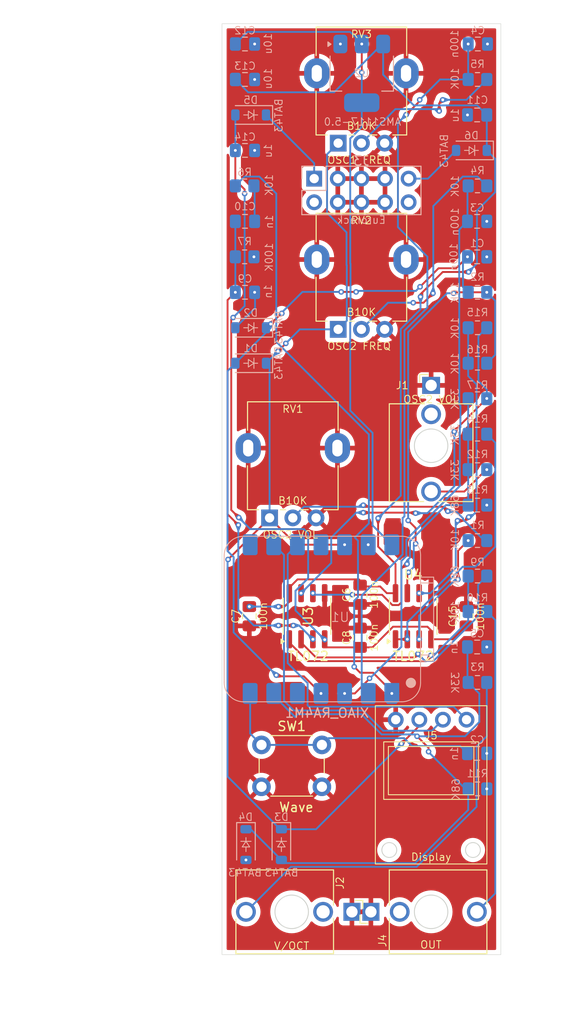
<source format=kicad_pcb>
(kicad_pcb (version 20240108) (generator "pcbnew") (generator_version "8.0")
  (layers (0 "F.Cu" signal) (31 "B.Cu" signal) (34 "B.Paste" user) (35 "F.Paste" user) (36 "B.SilkS" user "B.Silkscreen") (37 "F.SilkS" user "F.Silkscreen") (38 "B.Mask" user) (39 "F.Mask" user) (44 "Edge.Cuts" user))
  (net 0 "")
  (net 1 "/DISPLAY_{SCK}")
  (net 3 "/DISPLAY_{SDA}")
  (net 6 "GND")
  (net 7 "/OSC2_VOL")
  (net 8 "/WAVE")
  (net 9 "/OSC2_FREQ")
  (net 10 "/OSC1_FREQ")
  (net 11 "/1V{slash}OCT")
  (net 12 "-12V")
  (net 13 "+12V")
  (net 14 "Net-(U3A-+)")
  (net 15 "Net-(C10-Pad2)")
  (net 16 "+5V")
  (net 17 "+3.3V")
  (net 18 "Net-(D5-K)")
  (net 19 "Net-(D6-A)")
  (net 21 "Net-(J1-PadT)")
  (net 23 "Net-(J2-PadT)")
  (net 24 "Net-(J4-PadT)")
  (net 26 "Net-(R1-Pad1)")
  (net 27 "Net-(U4A-+)")
  (net 28 "Net-(R16-Pad2)")
  (net 29 "Net-(R4-Pad1)")
  (net 30 "Net-(R5-Pad1)")
  (net 31 "/AUDIO_OUT")
  (net 32 "Net-(U3A--)")
  (net 33 "Net-(R10-Pad1)")
  (net 34 "Net-(U3B--)")
  (net 35 "Net-(U4A--)")
  (net 36 "Net-(R15-Pad1)")
  (net 37 "Net-(U4B--)")
  (footprint "Library:C_0805_2012Metric_Pad1.18x1.45mm_HandSolder" (layer "F.Cu") (at 74.0625 115.7185 90)
    (property "Reference" "C7")
    (property "Value" "100n")
  )
  (footprint "Library:0.42_OLED" (layer "F.Cu") (at 87.62 125.331)
    (property "Reference" "J5")
    (property "Value" "Display")
    (fp_circle (center 1.5 15.5) (end 2.3 15.5) (stroke (width 0.1)) (fill none) (layer "Edge.Cuts"))
    (fp_circle (center 10.5 15.5) (end 11.3 15.5) (stroke (width 0.1)) (fill none) (layer "Edge.Cuts"))
  )
  (footprint "Library:Potentiometer_Alpha_RD901F-40-00D_Single_Vertical" (layer "F.Cu") (at 83.62 64.902)
    (property "Reference" "RV3")
    (property "Value" "B10K")
  )
  (footprint "Library:Potentiometer_Alpha_RD901F-40-00D_Single_Vertical" (layer "F.Cu") (at 83.62 84.902)
    (property "Reference" "RV2")
    (property "Value" "B10K")
  )
  (footprint "Package_SO:SOIC-8_3.9x4.9mm_P1.27mm" (layer "F.Cu") (at 91.694 115.7185 90)
    (property "Reference" "U4")
    (property "Value" "TL072")
  )
  (footprint "Library:C_0805_2012Metric_Pad1.18x1.45mm_HandSolder" (layer "F.Cu") (at 85.979 113.411001 90)
    (property "Reference" "C6")
    (property "Value" "100n")
  )
  (footprint "Library:C_0805_2012Metric_Pad1.18x1.45mm_HandSolder" (layer "F.Cu") (at 85.979 118.026001 90)
    (property "Reference" "C8")
    (property "Value" "100n")
  )
  (footprint "Library:C_0805_2012Metric_Pad1.18x1.45mm_HandSolder" (layer "F.Cu") (at 97.409 115.7185 90)
    (property "Reference" "C15")
    (property "Value" "100n")
  )
  (footprint "Button_Switch_THT:SW_PUSH_6mm_H13mm" (layer "F.Cu") (at 75.37 129.54)
    (property "Reference" "SW1")
    (property "Value" "Wave")
  )
  (footprint "Library:Potentiometer_Alpha_RD901F-40-00D_Single_Vertical" (layer "F.Cu") (at 76.24 105.156)
    (property "Reference" "RV1")
    (property "Value" "B10K")
  )
  (footprint "Library:Jack_3.5mm_QingPu_WQP-PJ398SM_Vertical_CircularHoles" (layer "F.Cu") (at 87.14 147.47 90)
    (property "Reference" "J4")
    (property "Value" "OUT")
    (fp_circle (center 0 6.48) (end 1.8 6.48) (stroke (width 0.1)) (fill none) (layer "Edge.Cuts"))
  )
  (footprint "Library:Jack_3.5mm_QingPu_WQP-PJ398SM_Vertical_CircularHoles" (layer "F.Cu") (at 93.62 90.922)
    (property "Reference" "J1")
    (property "Value" "OSC2 VOL")
    (fp_circle (center 0 6.48) (end 1.8 6.48) (stroke (width 0.1)) (fill none) (layer "Edge.Cuts"))
  )
  (footprint "Library:Jack_3.5mm_QingPu_WQP-PJ398SM_Vertical_CircularHoles" (layer "F.Cu") (at 85.1 147.47 -90)
    (property "Reference" "J2")
    (property "Value" "V/OCT")
    (fp_circle (center 0 6.48) (end 1.8 6.48) (stroke (width 0.1)) (fill none) (layer "Edge.Cuts"))
  )
  (footprint "Package_SO:SOIC-8_3.9x4.9mm_P1.27mm" (layer "F.Cu") (at 80.264 115.7185 90)
    (property "Reference" "U3")
    (property "Value" "TL072")
  )
  (footprint "Connector_PinHeader_2.54mm:PinHeader_2x05_P2.54mm_Vertical" (layer "B.Cu") (at 81.04 68.712 -90)
    (property "Reference" "J3")
    (property "Value" "Eurorack")
  )
  (footprint "Library:R_0805_2012Metric_Pad1.20x1.40mm_HandSolder" (layer "B.Cu") (at 98.6075 88.542)
    (property "Reference" "R16")
    (property "Value" "10K")
  )
  (footprint "Library:C_0805_2012Metric_Pad1.18x1.45mm_HandSolder" (layer "B.Cu") (at 73.595 80.922 180)
    (property "Reference" "C9")
    (property "Value" "1n")
  )
  (footprint "Library:C_0805_2012Metric_Pad1.18x1.45mm_HandSolder" (layer "B.Cu") (at 98.645 54.252 180)
    (property "Reference" "C4")
    (property "Value" "100n")
  )
  (footprint "Library:R_0805_2012Metric_Pad1.20x1.40mm_HandSolder" (layer "B.Cu") (at 98.6075 58.062 180)
    (property "Reference" "R5")
    (property "Value" "10K")
  )
  (footprint "Library:R_0805_2012Metric_Pad1.20x1.40mm_HandSolder" (layer "B.Cu") (at 73.5575 77.112 180)
    (property "Reference" "R7")
    (property "Value" "100K")
  )
  (footprint "Library:R_0805_2012Metric_Pad1.20x1.40mm_HandSolder" (layer "B.Cu") (at 98.6075 115.212)
    (property "Reference" "R10")
    (property "Value" "10K")
  )
  (footprint "Library:C_0805_2012Metric_Pad1.18x1.45mm_HandSolder" (layer "B.Cu") (at 73.595 65.682 180)
    (property "Reference" "C14")
    (property "Value" "1u")
  )
  (footprint "Library:C_0805_2012Metric_Pad1.18x1.45mm_HandSolder" (layer "B.Cu") (at 98.57 77.112 180)
    (property "Reference" "C1")
    (property "Value" "100n")
  )
  (footprint "Library:R_0805_2012Metric_Pad1.20x1.40mm_HandSolder" (layer "B.Cu") (at 98.6075 96.162 180)
    (property "Reference" "R14")
    (property "Value" "33K")
  )
  (footprint "Library:R_0805_2012Metric_Pad1.20x1.40mm_HandSolder" (layer "B.Cu") (at 73.5575 69.492)
    (property "Reference" "R6")
    (property "Value" "10K")
  )
  (footprint "Library:R_0805_2012Metric_Pad1.20x1.40mm_HandSolder" (layer "B.Cu") (at 98.6075 80.922 180)
    (property "Reference" "R2")
    (property "Value" "10K")
  )
  (footprint "Library:C_0805_2012Metric_Pad1.18x1.45mm_HandSolder" (layer "B.Cu") (at 98.57 130.452 180)
    (property "Reference" "C2")
    (property "Value" "1n")
  )
  (footprint "Library:D_SOD-123" (layer "B.Cu") (at 74.2075 61.872 180)
    (property "Reference" "D5")
    (property "Value" "BAT43")
  )
  (footprint "Library:C_0805_2012Metric_Pad1.18x1.45mm_HandSolder" (layer "B.Cu") (at 98.57 61.872)
    (property "Reference" "C11")
    (property "Value" "1u")
  )
  (footprint "Library:R_0805_2012Metric_Pad1.20x1.40mm_HandSolder" (layer "B.Cu") (at 98.6075 134.262 180)
    (property "Reference" "R11")
    (property "Value" "68K")
  )
  (footprint "Package_TO_SOT_SMD:SOT-223-3_TabPin2" (layer "B.Cu") (at 86.1575 57.402 -90)
    (property "Reference" "U2")
    (property "Value" "AMS1117-5.0")
  )
  (footprint "Library:R_0805_2012Metric_Pad1.20x1.40mm_HandSolder" (layer "B.Cu") (at 98.6075 84.732 180)
    (property "Reference" "R15")
    (property "Value" "10K")
  )
  (footprint "Library:C_0805_2012Metric_Pad1.18x1.45mm_HandSolder" (layer "B.Cu") (at 73.595 54.252 180)
    (property "Reference" "C12")
    (property "Value" "10u")
  )
  (footprint "Library:C_0805_2012Metric_Pad1.18x1.45mm_HandSolder" (layer "B.Cu") (at 98.57 73.302 180)
    (property "Reference" "C3")
    (property "Value" "100n")
  )
  (footprint "Library:D_SOD-123" (layer "B.Cu") (at 73.7 140.2475 -90)
    (property "Reference" "D4")
    (property "Value" "BAT43")
  )
  (footprint "Library:D_SOD-123" (layer "B.Cu") (at 77.51 140.2475 -90)
    (property "Reference" "D3")
    (property "Value" "BAT43")
  )
  (footprint "Library:C_0805_2012Metric_Pad1.18x1.45mm_HandSolder" (layer "B.Cu") (at 98.57 119.022 180)
    (property "Reference" "C5")
    (property "Value" "1n")
  )
  (footprint "Library:C_0805_2012Metric_Pad1.18x1.45mm_HandSolder" (layer "B.Cu") (at 73.595 58.062 180)
    (property "Reference" "C13")
    (property "Value" "10u")
  )
  (footprint "Library:R_0805_2012Metric_Pad1.20x1.40mm_HandSolder" (layer "B.Cu") (at 98.6075 111.402)
    (property "Reference" "R9")
    (property "Value" "68K")
  )
  (footprint "Library:Seeed XIAO RA4M1 Basic" (layer "B.Cu") (at 89.392 124.013285)
    (property "Reference" "U1")
    (property "Value" "XIAO_RA4M1")
  )
  (footprint "Library:D_SOD-123" (layer "B.Cu") (at 74.2075 88.542 180)
    (property "Reference" "D1")
    (property "Value" "BAT43")
  )
  (footprint "Library:R_0805_2012Metric_Pad1.20x1.40mm_HandSolder" (layer "B.Cu") (at 98.6075 107.592 180)
    (property "Reference" "R1")
    (property "Value" "10K")
  )
  (footprint "Library:R_0805_2012Metric_Pad1.20x1.40mm_HandSolder" (layer "B.Cu") (at 98.6075 122.832 180)
    (property "Reference" "R3")
    (property "Value" "33K")
  )
  (footprint "Library:R_0805_2012Metric_Pad1.20x1.40mm_HandSolder" (layer "B.Cu") (at 98.6075 92.352)
    (property "Reference" "R17")
    (property "Value" "33K")
  )
  (footprint "Library:R_0805_2012Metric_Pad1.20x1.40mm_HandSolder" (layer "B.Cu") (at 98.6075 103.782 180)
    (property "Reference" "R13")
    (property "Value" "68K")
  )
  (footprint "Library:R_0805_2012Metric_Pad1.20x1.40mm_HandSolder" (layer "B.Cu") (at 98.6075 69.492 180)
    (property "Reference" "R4")
    (property "Value" "10K")
  )
  (footprint "Library:D_SOD-123" (layer "B.Cu") (at 97.9575 65.682 180)
    (property "Reference" "D6")
    (property "Value" "BAT43")
  )
  (footprint "Library:C_0805_2012Metric_Pad1.18x1.45mm_HandSolder" (layer "B.Cu") (at 73.595 73.302)
    (property "Reference" "C10")
    (property "Value" "1n")
  )
  (footprint "Library:R_0805_2012Metric_Pad1.20x1.40mm_HandSolder" (layer "B.Cu") (at 98.6075 99.972 180)
    (property "Reference" "R12")
    (property "Value" "33K")
  )
  (footprint "Library:D_SOD-123" (layer "B.Cu") (at 74.2075 84.732 180)
    (property "Reference" "D2")
    (property "Value" "BAT43")
  )
  (gr_rect (start 71.12 52.07) (end 101.12 152.07) (stroke (width 0.05)) (fill none) (layer "Edge.Cuts"))
  (segment (start 93.705 128.016) (end 88.461314 128.016) (width 0.2) (layer "B.Cu") (net 1))
  (segment (start 77.792 124.783029) (end 77.792 109.135285) (width 0.2) (layer "B.Cu") (net 1))
  (segment (start 78.847256 125.838285) (end 77.792 124.783029) (width 0.2) (layer "B.Cu") (net 1))
  (segment (start 94.89 126.831) (end 93.705 128.016) (width 0.2) (layer "B.Cu") (net 1))
  (segment (start 77.792 109.135285) (end 76.692 108.035285) (width 0.2) (layer "B.Cu") (net 1))
  (segment (start 88.461314 128.016) (end 86.283599 125.838285) (width 0.2) (layer "B.Cu") (net 1))
  (segment (start 86.283599 125.838285) (end 78.847256 125.838285) (width 0.2) (layer "B.Cu") (net 1))
  (segment (start 96.037285 125.438285) (end 97.43 126.831) (width 0.2) (layer "B.Cu") (net 3))
  (segment (start 80.332 122.903541) (end 80.332 125.29) (width 0.2) (layer "B.Cu") (net 3))
  (segment (start 78.192 120.763541) (end 80.332 122.903541) (width 0.2) (layer "B.Cu") (net 3))
  (segment (start 80.332 125.29) (end 80.480285 125.438285) (width 0.2) (layer "B.Cu") (net 3))
  (segment (start 79.232 108.035285) (end 78.192 109.075285) (width 0.2) (layer "B.Cu") (net 3))
  (segment (start 80.480285 125.438285) (end 96.037285 125.438285) (width 0.2) (layer "B.Cu") (net 3))
  (segment (start 78.192 109.075285) (end 78.192 120.763541) (width 0.2) (layer "B.Cu") (net 3))
  (via (at 83.8575 54.252) (size 0.6) (drill 0.3) (layers "F.Cu" "B.Cu") (net 6))
  (via (at 74.6325 58.062) (size 0.6) (drill 0.3) (layers "F.Cu" "B.Cu") (net 6))
  (via (at 74.6325 54.252) (size 0.6) (drill 0.3) (layers "F.Cu" "B.Cu") (net 6))
  (via (at 74.6325 80.922) (size 0.6) (drill 0.3) (layers "F.Cu" "B.Cu") (net 6))
  (via (at 99.6075 134.262) (size 0.6) (drill 0.3) (layers "F.Cu" "B.Cu") (net 6))
  (via (at 86.852 108.035285) (size 0.6) (drill 0.3) (layers "F.Cu" "B.Cu") (net 6))
  (via (at 99.6825 54.252) (size 0.6) (drill 0.3) (layers "F.Cu" "B.Cu") (net 6))
  (via (at 99.6075 119.022) (size 0.6) (drill 0.3) (layers "F.Cu" "B.Cu") (net 6))
  (via (at 99.6075 103.782) (size 0.6) (drill 0.3) (layers "F.Cu" "B.Cu") (net 6))
  (via (at 99.6075 77.112) (size 0.6) (drill 0.3) (layers "F.Cu" "B.Cu") (net 6))
  (via (at 99.6075 130.452) (size 0.6) (drill 0.3) (layers "F.Cu" "B.Cu") (net 6))
  (via (at 99.6075 73.302) (size 0.6) (drill 0.3) (layers "F.Cu" "B.Cu") (net 6))
  (via (at 74.5575 77.112) (size 0.6) (drill 0.3) (layers "F.Cu" "B.Cu") (net 6))
  (via (at 74.6325 65.682) (size 0.6) (drill 0.3) (layers "F.Cu" "B.Cu") (net 6))
  (via (at 73.7 141.8975) (size 0.6) (drill 0.3) (layers "F.Cu" "B.Cu") (net 6))
  (via (at 97.5325 61.872) (size 0.6) (drill 0.3) (layers "F.Cu" "B.Cu") (net 6))
  (segment (start 72.5575 84.732) (end 74.676 82.6135) (width 0.2) (layer "B.Cu") (net 6))
  (segment (start 74.676 80.9655) (end 74.6325 80.922) (width 0.2) (layer "B.Cu") (net 6))
  (segment (start 74.676 82.6135) (end 74.676 80.9655) (width 0.2) (layer "B.Cu") (net 6))
  (segment (start 76.962 122.047) (end 77.089 122.174) (width 0.2) (layer "F.Cu") (net 7))
  (segment (start 96.3045 78.34) (end 97.5325 77.112) (width 0.2) (layer "F.Cu") (net 7))
  (segment (start 92.430235 80.330235) (end 94.42047 78.34) (width 0.2) (layer "F.Cu") (net 7))
  (segment (start 77.562 83.185) (end 77.505 83.185) (width 0.2) (layer "F.Cu") (net 7))
  (segment (start 94.42047 78.34) (end 96.3045 78.34) (width 0.2) (layer "F.Cu") (net 7))
  (segment (start 85.547 80.88) (end 83.947 80.88) (width 0.2) (layer "F.Cu") (net 7))
  (segment (start 77.089 122.174) (end 79.932715 122.174) (width 0.2) (layer "F.Cu") (net 7))
  (segment (start 77.505 83.185) (end 76.362 84.328) (width 0.2) (layer "F.Cu") (net 7))
  (segment (start 79.932715 122.174) (end 81.772 124.013285) (width 0.2) (layer "F.Cu") (net 7))
  (via (at 76.962 122.047) (size 0.6) (drill 0.3) (layers "F.Cu" "B.Cu") (net 7))
  (via (at 92.430235 80.330235) (size 0.6) (drill 0.3) (layers "F.Cu" "B.Cu") (net 7))
  (via (at 81.772 124.013285) (size 0.6) (drill 0.3) (layers "F.Cu" "B.Cu") (net 7))
  (via (at 85.547 80.88) (size 0.6) (drill 0.3) (layers "F.Cu" "B.Cu") (net 7))
  (via (at 97.5325 77.112) (size 0.6) (drill 0.3) (layers "F.Cu" "B.Cu") (net 7))
  (via (at 83.947 80.88) (size 0.6) (drill 0.3) (layers "F.Cu" "B.Cu") (net 7))
  (via (at 76.362 84.328) (size 0.6) (drill 0.3) (layers "F.Cu" "B.Cu") (net 7))
  (via (at 77.562 83.185) (size 0.6) (drill 0.3) (layers "F.Cu" "B.Cu") (net 7))
  (segment (start 77.562 83.093) (end 79.775 80.88) (width 0.2) (layer "B.Cu") (net 7))
  (segment (start 72.375 117.46) (end 76.962 122.047) (width 0.2) (layer "B.Cu") (net 7))
  (segment (start 85.655 80.772) (end 85.547 80.88) (width 0.2) (layer "B.Cu") (net 7))
  (segment (start 71.72 108.717471) (end 72.375 109.372471) (width 0.2) (layer "B.Cu") (net 7))
  (segment (start 76.362 84.7375) (end 72.5575 88.542) (width 0.2) (layer "B.Cu") (net 7))
  (segment (start 76.362 84.328) (end 76.362 84.7375) (width 0.2) (layer "B.Cu") (net 7))
  (segment (start 77.562 83.185) (end 77.562 83.093) (width 0.2) (layer "B.Cu") (net 7))
  (segment (start 72.375 109.372471) (end 72.375 117.46) (width 0.2) (layer "B.Cu") (net 7))
  (segment (start 91.98847 80.772) (end 85.655 80.772) (width 0.2) (layer "B.Cu") (net 7))
  (segment (start 71.72 89.3795) (end 71.72 108.717471) (width 0.2) (layer "B.Cu") (net 7))
  (segment (start 97.045 77.5995) (end 97.045 80.3595) (width 0.2) (layer "B.Cu") (net 7))
  (segment (start 79.775 80.88) (end 83.947 80.88) (width 0.2) (layer "B.Cu") (net 7))
  (segment (start 97.5325 77.112) (end 97.045 77.5995) (width 0.2) (layer "B.Cu") (net 7))
  (segment (start 97.045 80.3595) (end 97.6075 80.922) (width 0.2) (layer "B.Cu") (net 7))
  (segment (start 72.5575 88.542) (end 71.72 89.3795) (width 0.2) (layer "B.Cu") (net 7))
  (segment (start 92.430235 80.330235) (end 91.98847 80.772) (width 0.2) (layer "B.Cu") (net 7))
  (segment (start 74.152 128.322) (end 75.37 129.54) (width 0.2) (layer "B.Cu") (net 8))
  (segment (start 90.716 128.816) (end 82.594 128.816) (width 0.2) (layer "B.Cu") (net 8))
  (segment (start 96.7475 129.667) (end 91.567 129.667) (width 0.2) (layer "B.Cu") (net 8))
  (segment (start 75.37 129.54) (end 81.87 129.54) (width 0.2) (layer "B.Cu") (net 8))
  (segment (start 91.567 129.667) (end 90.716 128.816) (width 0.2) (layer "B.Cu") (net 8))
  (segment (start 97.5325 130.452) (end 96.7475 129.667) (width 0.2) (layer "B.Cu") (net 8))
  (segment (start 82.594 128.816) (end 81.87 129.54) (width 0.2) (layer "B.Cu") (net 8))
  (segment (start 74.152 124.013285) (end 74.152 128.322) (width 0.2) (layer "B.Cu") (net 8))
  (segment (start 86.995 122.388285) (end 86.995 122.428) (width 0.2) (layer "F.Cu") (net 9))
  (segment (start 85.409715 124.013285) (end 84.312 124.013285) (width 0.2) (layer "F.Cu") (net 9))
  (segment (start 86.995 122.428) (end 85.409715 124.013285) (width 0.2) (layer "F.Cu") (net 9))
  (via (at 84.312 124.013285) (size 0.6) (drill 0.3) (layers "F.Cu" "B.Cu") (net 9))
  (via (at 86.995 122.388285) (size 0.6) (drill 0.3) (layers "F.Cu" "B.Cu") (net 9))
  (segment (start 96.774 93.103244) (end 96.645 92.974244) (width 0.2) (layer "B.Cu") (net 9))
  (segment (start 86.995 122.388285) (end 87.034715 122.388285) (width 0.2) (layer "B.Cu") (net 9))
  (segment (start 90.424 118.999) (end 90.424 109.778715) (width 0.2) (layer "B.Cu") (net 9))
  (segment (start 96.774 95.410756) (end 96.774 93.103244) (width 0.2) (layer "B.Cu") (net 9))
  (segment (start 97.5325 73.302) (end 97.5325 69.567) (width 0.2) (layer "B.Cu") (net 9))
  (segment (start 96.774 101.664088) (end 96.7075 101.597588) (width 0.2) (layer "B.Cu") (net 9))
  (segment (start 96.7075 101.597588) (end 96.7075 95.477256) (width 0.2) (layer "B.Cu") (net 9))
  (segment (start 90.424 109.778715) (end 90.951 109.251715) (width 0.2) (layer "B.Cu") (net 9))
  (segment (start 96.7075 95.477256) (end 96.774 95.410756) (width 0.2) (layer "B.Cu") (net 9))
  (segment (start 96.645 74.1895) (end 97.5325 73.302) (width 0.2) (layer "B.Cu") (net 9))
  (segment (start 87.034715 122.388285) (end 90.424 118.999) (width 0.2) (layer "B.Cu") (net 9))
  (segment (start 90.951 107.487088) (end 96.774 101.664088) (width 0.2) (layer "B.Cu") (net 9))
  (segment (start 90.951 109.251715) (end 90.951 107.487088) (width 0.2) (layer "B.Cu") (net 9))
  (segment (start 97.5325 69.567) (end 97.6075 69.492) (width 0.2) (layer "B.Cu") (net 9))
  (segment (start 96.645 92.974244) (end 96.645 74.1895) (width 0.2) (layer "B.Cu") (net 9))
  (segment (start 92.3925 60.3865) (end 90.932 61.847) (width 0.2) (layer "F.Cu") (net 10))
  (segment (start 92.3925 60.247) (end 92.3925 60.3865) (width 0.2) (layer "F.Cu") (net 10))
  (via (at 97.6075 54.252) (size 0.6) (drill 0.3) (layers "F.Cu" "B.Cu") (net 10))
  (via (at 92.3925 60.247) (size 0.6) (drill 0.3) (layers "F.Cu" "B.Cu") (net 10))
  (via (at 90.932 61.847) (size 0.6) (drill 0.3) (layers "F.Cu" "B.Cu") (net 10))
  (segment (start 97.6075 58.062) (end 97.6075 54.252) (width 0.2) (layer "B.Cu") (net 10))
  (segment (start 93.218 82.566743) (end 90.751 85.033743) (width 0.2) (layer "B.Cu") (net 10))
  (segment (start 90.751 104.982899) (end 90.551 105.182899) (width 0.2) (layer "B.Cu") (net 10))
  (segment (start 90.05 73.924405) (end 93.218 77.092405) (width 0.2) (layer "B.Cu") (net 10))
  (segment (start 93.218 77.092405) (end 93.218 82.566743) (width 0.2) (layer "B.Cu") (net 10))
  (segment (start 90.05 62.729) (end 90.05 73.924405) (width 0.2) (layer "B.Cu") (net 10))
  (segment (start 86.152 123.313285) (end 86.852 124.013285) (width 0.2) (layer "B.Cu") (net 10))
  (segment (start 92.3925 60.247) (end 94.5775 58.062) (width 0.2) (layer "B.Cu") (net 10))
  (segment (start 86.152 113.485029) (end 86.152 123.313285) (width 0.2) (layer "B.Cu") (net 10))
  (segment (start 94.5775 58.062) (end 97.6075 58.062) (width 0.2) (layer "B.Cu") (net 10))
  (segment (start 90.551 109.086029) (end 86.152 113.485029) (width 0.2) (layer "B.Cu") (net 10))
  (segment (start 90.932 61.847) (end 90.05 62.729) (width 0.2) (layer "B.Cu") (net 10))
  (segment (start 90.751 85.033743) (end 90.751 104.982899) (width 0.2) (layer "B.Cu") (net 10))
  (segment (start 90.551 105.182899) (end 90.551 109.086029) (width 0.2) (layer "B.Cu") (net 10))
  (segment (start 93.345 130.267) (end 93.345 129.850735) (width 0.2) (layer "F.Cu") (net 11))
  (segment (start 93.345 129.850735) (end 92.110265 128.616) (width 0.2) (layer "F.Cu") (net 11))
  (via (at 93.345 130.267) (size 0.6) (drill 0.3) (layers "F.Cu" "B.Cu") (net 11))
  (via (at 92.110265 128.616) (size 0.6) (drill 0.3) (layers "F.Cu" "B.Cu") (net 11))
  (segment (start 74.21 138.5975) (end 77.51 141.8975) (width 0.2) (layer "B.Cu") (net 11))
  (segment (start 93.345 130.267) (end 93.345 130.302) (width 0.2) (layer "B.Cu") (net 11))
  (segment (start 79.265 126.238285) (end 78.973285 126.53) (width 0.2) (layer "B.Cu") (net 11))
  (segment (start 97.305 134.262) (end 97.6075 134.262) (width 0.2) (layer "B.Cu") (net 11))
  (segment (start 77.51 141.8975) (end 77.845985 142.233485) (width 0.2) (layer "B.Cu") (net 11))
  (segment (start 88.295628 128.416) (end 86.117913 126.238285) (width 0.2) (layer "B.Cu") (net 11))
  (segment (start 92.110265 128.616) (end 97.271346 128.616) (width 0.2) (layer "B.Cu") (net 11))
  (segment (start 92.110265 128.616) (end 91.910265 128.416) (width 0.2) (layer "B.Cu") (net 11))
  (segment (start 98.806 124.0305) (end 97.6075 122.832) (width 0.2) (layer "B.Cu") (net 11))
  (segment (start 76.692 124.248715) (end 78.973285 126.53) (width 0.2) (layer "B.Cu") (net 11))
  (segment (start 73.7 138.5975) (end 74.21 138.5975) (width 0.2) (layer "B.Cu") (net 11))
  (segment (start 98.806 127.081346) (end 98.806 124.0305) (width 0.2) (layer "B.Cu") (net 11))
  (segment (start 77.845985 142.233485) (end 91.896829 142.233485) (width 0.2) (layer "B.Cu") (net 11))
  (segment (start 91.910265 128.416) (end 88.295628 128.416) (width 0.2) (layer "B.Cu") (net 11))
  (segment (start 97.271346 128.616) (end 98.806 127.081346) (width 0.2) (layer "B.Cu") (net 11))
  (segment (start 97.5325 119.022) (end 97.5325 122.757) (width 0.2) (layer "B.Cu") (net 11))
  (segment (start 97.5325 122.757) (end 97.6075 122.832) (width 0.2) (layer "B.Cu") (net 11))
  (segment (start 78.738971 126.295685) (end 77.977881 125.534597) (width 0.2) (layer "B.Cu") (net 11))
  (segment (start 86.117913 126.238285) (end 79.265 126.238285) (width 0.2) (layer "B.Cu") (net 11))
  (segment (start 78.973285 126.53) (end 78.738971 126.295685) (width 0.2) (layer "B.Cu") (net 11))
  (segment (start 93.345 130.302) (end 97.305 134.262) (width 0.2) (layer "B.Cu") (net 11))
  (segment (start 76.692 124.013285) (end 76.692 124.248715) (width 0.2) (layer "B.Cu") (net 11))
  (segment (start 91.896829 142.233485) (end 97.6075 136.522814) (width 0.2) (layer "B.Cu") (net 11))
  (segment (start 97.6075 136.522814) (end 97.6075 134.262) (width 0.2) (layer "B.Cu") (net 11))
  (segment (start 93.599 118.1935) (end 93.599 117.218501) (width 0.2) (layer "F.Cu") (net 12))
  (segment (start 82.169 119.063501) (end 85.979 119.063501) (width 0.2) (layer "F.Cu") (net 12))
  (segment (start 89.189 117.177948) (end 89.189 117.186) (width 0.2) (layer "F.Cu") (net 12))
  (segment (start 93.599 118.1935) (end 95.9285 118.1935) (width 0.2) (layer "F.Cu") (net 12))
  (segment (start 72.12 104.309471) (end 72.923585 105.113056) (width 0.2) (layer "F.Cu") (net 12))
  (segment (start 82.169 118.1935) (end 82.169 118.237) (width 0.2) (layer "F.Cu") (net 12))
  (segment (start 82.169 118.237) (end 82.169 119.063501) (width 0.2) (layer "F.Cu") (net 12))
  (segment (start 89.189 117.186) (end 87.311499 119.063501) (width 0.2) (layer "F.Cu") (net 12))
  (segment (start 73.5575 70.319171) (end 73.5575 69.8745) (width 0.2) (layer "F.Cu") (net 12))
  (segment (start 89.526948 116.84) (end 89.189 117.177948) (width 0.2) (layer "F.Cu") (net 12))
  (segment (start 93.599 117.218501) (end 93.220499 116.84) (width 0.2) (layer "F.Cu") (net 12))
  (segment (start 72.322793 83.632) (end 72.12 83.834793) (width 0.2) (layer "F.Cu") (net 12))
  (segment (start 72.5575 68.8745) (end 72.5575 65.682) (width 0.2) (layer "F.Cu") (net 12))
  (segment (start 97.366 116.756) (end 97.409 116.756) (width 0.2) (layer "F.Cu") (net 12))
  (segment (start 87.311499 119.063501) (end 85.979 119.063501) (width 0.2) (layer "F.Cu") (net 12))
  (segment (start 95.9285 118.1935) (end 97.366 116.756) (width 0.2) (layer "F.Cu") (net 12))
  (segment (start 72.12 83.834793) (end 72.12 104.309471) (width 0.2) (layer "F.Cu") (net 12))
  (segment (start 93.220499 116.84) (end 89.526948 116.84) (width 0.2) (layer "F.Cu") (net 12))
  (segment (start 73.5575 69.8745) (end 72.5575 68.8745) (width 0.2) (layer "F.Cu") (net 12))
  (via (at 72.923585 105.113056) (size 0.6) (drill 0.3) (layers "F.Cu" "B.Cu") (net 12))
  (via (at 82.169 118.237) (size 0.6) (drill 0.3) (layers "F.Cu" "B.Cu") (net 12))
  (via (at 72.322793 83.632) (size 0.6) (drill 0.3) (layers "F.Cu" "B.Cu") (net 12))
  (via (at 73.5575 70.319171) (size 0.6) (drill 0.3) (layers "F.Cu" "B.Cu") (net 12))
  (via (at 72.5575 65.682) (size 0.6) (drill 0.3) (layers "F.Cu" "B.Cu") (net 12))
  (segment (start 80.391 106.807) (end 80.391 111.632971) (width 0.2) (layer "B.Cu") (net 12))
  (segment (start 73.5575 82.397293) (end 73.5575 70.319171) (width 0.2) (layer "B.Cu") (net 12))
  (segment (start 72.923585 105.113056) (end 74.166529 106.356) (width 0.2) (layer "B.Cu") (net 12))
  (segment (start 79.94 106.356) (end 80.391 106.807) (width 0.2) (layer "B.Cu") (net 12))
  (segment (start 72.5575 61.872) (end 72.5575 65.682) (width 0.2) (layer "B.Cu") (net 12))
  (segment (start 80.391 111.632971) (end 79.029 112.994971) (width 0.2) (layer "B.Cu") (net 12))
  (segment (start 79.029 112.994971) (end 79.029 115.097) (width 0.2) (layer "B.Cu") (net 12))
  (segment (start 74.166529 106.356) (end 79.94 106.356) (width 0.2) (layer "B.Cu") (net 12))
  (segment (start 72.322793 83.632) (end 73.5575 82.397293) (width 0.2) (layer "B.Cu") (net 12))
  (segment (start 79.029 115.097) (end 82.169 118.237) (width 0.2) (layer "B.Cu") (net 12))
  (segment (start 85.979 112.373501) (end 85.979 111.887) (width 0.2) (layer "F.Cu") (net 13))
  (segment (start 94.869 78.74) (end 97.645 78.74) (width 0.2) (layer "F.Cu") (net 13))
  (segment (start 87.92 105.191) (end 87.92 108.24) (width 0.2) (layer "F.Cu") (net 13))
  (segment (start 77.851 114.681) (end 78.359 114.173) (width 0.2) (layer "F.Cu") (net 13))
  (segment (start 78.359 112.649) (end 78.359 113.2435) (width 0.2) (layer "F.Cu") (net 13))
  (segment (start 85.979 111.887) (end 85.852 111.76) (width 0.2) (layer "F.Cu") (net 13))
  (segment (start 88.8595 113.2435) (end 88.138 112.522) (width 0.2) (layer "F.Cu") (net 13))
  (segment (start 89.789 113.2435) (end 88.8595 113.2435) (width 0.2) (layer "F.Cu") (net 13))
  (segment (start 89.789 110.109) (end 89.789 113.2435) (width 0.2) (layer "F.Cu") (net 13))
  (segment (start 77.192 114.681) (end 77.851 114.681) (width 0.2) (layer "F.Cu") (net 13))
  (segment (start 88.138 112.522) (end 86.127499 112.522) (width 0.2) (layer "F.Cu") (net 13))
  (segment (start 92.476235 81.407) (end 92.476235 81.132765) (width 0.2) (layer "F.Cu") (net 13))
  (segment (start 79.248 111.76) (end 78.359 112.649) (width 0.2) (layer "F.Cu") (net 13))
  (segment (start 92.476235 81.132765) (end 94.869 78.74) (width 0.2) (layer "F.Cu") (net 13))
  (segment (start 85.852 111.76) (end 79.248 111.76) (width 0.2) (layer "F.Cu") (net 13))
  (segment (start 86.127499 112.522) (end 85.979 112.373501) (width 0.2) (layer "F.Cu") (net 13))
  (segment (start 78.359 114.173) (end 78.359 113.2435) (width 0.2) (layer "F.Cu") (net 13))
  (segment (start 87.92 108.24) (end 89.789 110.109) (width 0.2) (layer "F.Cu") (net 13))
  (via (at 77.192 114.681) (size 0.6) (drill 0.3) (layers "F.Cu" "B.Cu") (net 13))
  (via (at 74.0625 114.681) (size 0.6) (drill 0.3) (layers "F.Cu" "B.Cu") (net 13))
  (via (at 97.645 78.74) (size 0.6) (drill 0.3) (layers "F.Cu" "B.Cu") (net 13))
  (via (at 87.92 105.191) (size 0.6) (drill 0.3) (layers "F.Cu" "B.Cu") (net 13))
  (via (at 92.476235 81.407) (size 0.6) (drill 0.3) (layers "F.Cu" "B.Cu") (net 13))
  (segment (start 88.369 54.252) (end 83.185 59.436) (width 0.2) (layer "B.Cu") (net 13))
  (segment (start 99.6075 65.682) (end 99.6075 61.872) (width 0.2) (layer "B.Cu") (net 13))
  (segment (start 98.552 77.833) (end 98.552 72.132244) (width 0.2) (layer "B.Cu") (net 13))
  (segment (start 100.5075 66.582) (end 99.6075 65.682) (width 0.2) (layer "B.Cu") (net 13))
  (segment (start 88.4575 54.252) (end 88.369 54.252) (width 0.2) (layer "B.Cu") (net 13))
  (segment (start 83.185 59.436) (end 73.9315 59.436) (width 0.2) (layer "B.Cu") (net 13))
  (segment (start 88.4575 57.547095) (end 91.757405 60.847) (width 0.2) (layer "B.Cu") (net 13))
  (segment (start 88.4575 54.252) (end 88.4575 57.547095) (width 0.2) (layer "B.Cu") (net 13))
  (segment (start 92.476235 82.742822) (end 90.351 84.868057) (width 0.2) (layer "B.Cu") (net 13))
  (segment (start 90.351 84.868057) (end 90.351 102.76) (width 0.2) (layer "B.Cu") (net 13))
  (segment (start 100.5075 70.176744) (end 100.5075 66.582) (width 0.2) (layer "B.Cu") (net 13))
  (segment (start 98.552 72.132244) (end 100.5075 70.176744) (width 0.2) (layer "B.Cu") (net 13))
  (segment (start 74.0625 114.681) (end 77.192 114.681) (width 0.2) (layer "B.Cu") (net 13))
  (segment (start 91.757405 60.847) (end 98.5825 60.847) (width 0.2) (layer "B.Cu") (net 13))
  (segment (start 97.645 78.74) (end 98.552 77.833) (width 0.2) (layer "B.Cu") (net 13))
  (segment (start 73.9315 59.436) (end 72.5575 58.062) (width 0.2) (layer "B.Cu") (net 13))
  (segment (start 90.351 102.76) (end 87.92 105.191) (width 0.2) (layer "B.Cu") (net 13))
  (segment (start 98.5825 60.847) (end 99.6075 61.872) (width 0.2) (layer "B.Cu") (net 13))
  (segment (start 92.476235 81.407) (end 92.476235 82.742822) (width 0.2) (layer "B.Cu") (net 13))
  (segment (start 72.88 105.918) (end 71.72 104.758) (width 0.2) (layer "F.Cu") (net 14))
  (segment (start 71.72 104.758) (end 71.72 81.7595) (width 0.2) (layer "F.Cu") (net 14))
  (segment (start 77.192 116.713) (end 78.792 116.713) (width 0.2) (layer "F.Cu") (net 14))
  (segment (start 71.72 81.7595) (end 72.5575 80.922) (width 0.2) (layer "F.Cu") (net 14))
  (via (at 78.792 116.713) (size 0.6) (drill 0.3) (layers "F.Cu" "B.Cu") (net 14))
  (via (at 80.899 118.1935) (size 0.6) (drill 0.3) (layers "F.Cu" "B.Cu") (net 14))
  (via (at 72.88 105.918) (size 0.6) (drill 0.3) (layers "F.Cu" "B.Cu") (net 14))
  (via (at 72.5575 80.922) (size 0.6) (drill 0.3) (layers "F.Cu" "B.Cu") (net 14))
  (via (at 77.192 116.713) (size 0.6) (drill 0.3) (layers "F.Cu" "B.Cu") (net 14))
  (segment (start 79.4185 116.713) (end 80.899 118.1935) (width 0.2) (layer "B.Cu") (net 14))
  (segment (start 74.549 116.713) (end 72.88 115.044) (width 0.2) (layer "B.Cu") (net 14))
  (segment (start 72.88 115.044) (end 72.88 105.918) (width 0.2) (layer "B.Cu") (net 14))
  (segment (start 77.192 116.713) (end 74.549 116.713) (width 0.2) (layer "B.Cu") (net 14))
  (segment (start 72.5575 80.922) (end 72.5575 73.302) (width 0.2) (layer "B.Cu") (net 14))
  (segment (start 78.792 116.713) (end 79.4185 116.713) (width 0.2) (layer "B.Cu") (net 14))
  (segment (start 74.6325 69.567) (end 74.5575 69.492) (width 0.2) (layer "B.Cu") (net 15))
  (segment (start 74.6325 73.302) (end 74.6325 69.567) (width 0.2) (layer "B.Cu") (net 15))
  (segment (start 86.1575 57.31203) (end 86.1575 54.252) (width 0.2) (layer "F.Cu") (net 16))
  (via (at 86.1575 54.252) (size 0.6) (drill 0.3) (layers "F.Cu" "B.Cu") (net 16))
  (via (at 86.1575 57.31203) (size 0.6) (drill 0.3) (layers "F.Cu" "B.Cu") (net 16))
  (segment (start 86.1575 60.552) (end 86.1575 63.167443) (width 0.2) (layer "B.Cu") (net 16))
  (segment (start 86.1575 54.20275) (end 84.90675 52.952) (width 0.2) (layer "B.Cu") (net 16))
  (segment (start 84.92 84.167685) (end 84.92 93.625314) (width 0.2) (layer "B.Cu") (net 16))
  (segment (start 87.299971 105.943256) (end 89.392 108.035285) (width 0.2) (layer "B.Cu") (net 16))
  (segment (start 84.92 77.828719) (end 84.947 77.855719) (width 0.2) (layer "B.Cu") (net 16))
  (segment (start 84.92 64.404943) (end 84.92 77.828719) (width 0.2) (layer "B.Cu") (net 16))
  (segment (start 73.8575 52.952) (end 72.5575 54.252) (width 0.2) (layer "B.Cu") (net 16))
  (segment (start 84.947 84.140685) (end 84.92 84.167685) (width 0.2) (layer "B.Cu") (net 16))
  (segment (start 84.92 93.625314) (end 87.32 96.025314) (width 0.2) (layer "B.Cu") (net 16))
  (segment (start 86.1575 63.167443) (end 84.92 64.404943) (width 0.2) (layer "B.Cu") (net 16))
  (segment (start 87.32 96.025314) (end 87.32 105.923226) (width 0.2) (layer "B.Cu") (net 16))
  (segment (start 84.947 77.855719) (end 84.947 84.140685) (width 0.2) (layer "B.Cu") (net 16))
  (segment (start 84.90675 52.952) (end 73.8575 52.952) (width 0.2) (layer "B.Cu") (net 16))
  (segment (start 87.32 105.923226) (end 87.299971 105.943256) (width 0.2) (layer "B.Cu") (net 16))
  (segment (start 86.1575 54.252) (end 86.1575 54.20275) (width 0.2) (layer "B.Cu") (net 16))
  (segment (start 86.1575 57.31203) (end 86.1575 60.552) (width 0.2) (layer "B.Cu") (net 16))
  (segment (start 79.119285 108.035285) (end 76.24 105.156) (width 0.2) (layer "F.Cu") (net 17))
  (segment (start 71.775 109.621) (end 76.24 105.156) (width 0.2) (layer "F.Cu") (net 17))
  (segment (start 77.988515 86.410985) (end 77.139985 87.259515) (width 0.2) (layer "F.Cu") (net 17))
  (segment (start 71.72 109.676) (end 71.775 109.621) (width 0.2) (layer "F.Cu") (net 17))
  (segment (start 84.312 108.035285) (end 79.119285 108.035285) (width 0.2) (layer "F.Cu") (net 17))
  (segment (start 92.35 127.49) (end 92.35 126.831) (width 0.2) (layer "F.Cu") (net 17))
  (segment (start 90.424 129.416) (end 92.35 127.49) (width 0.2) (layer "F.Cu") (net 17))
  (via (at 77.139985 87.259515) (size 0.6) (drill 0.3) (layers "F.Cu" "B.Cu") (net 17))
  (via (at 84.312 108.035285) (size 0.6) (drill 0.3) (layers "F.Cu" "B.Cu") (net 17))
  (via (at 77.988515 86.410985) (size 0.6) (drill 0.3) (layers "F.Cu" "B.Cu") (net 17))
  (via (at 71.775 109.621) (size 0.6) (drill 0.3) (layers "F.Cu" "B.Cu") (net 17))
  (via (at 90.424 129.416) (size 0.6) (drill 0.3) (layers "F.Cu" "B.Cu") (net 17))
  (segment (start 82.423 66.099) (end 82.423 72.39) (width 0.2) (layer "B.Cu") (net 17))
  (segment (start 90.424 129.416) (end 90.421 129.416) (width 0.2) (layer "B.Cu") (net 17))
  (segment (start 84.547 83.975) (end 83.62 84.902) (width 0.2) (layer "B.Cu") (net 17))
  (segment (start 71.72 109.676) (end 71.775 109.621) (width 0.2) (layer "B.Cu") (net 17))
  (segment (start 84.547 78.021404) (end 84.547 83.975) (width 0.2) (layer "B.Cu") (net 17))
  (segment (start 84.52 74.487) (end 84.52 77.994404) (width 0.2) (layer "B.Cu") (net 17))
  (segment (start 77.139985 87.259515) (end 76.24 88.1595) (width 0.2) (layer "B.Cu") (net 17))
  (segment (start 71.72 132.934) (end 71.72 109.676) (width 0.2) (layer "B.Cu") (net 17))
  (segment (start 76.24 88.1595) (end 76.24 105.156) (width 0.2) (layer "B.Cu") (net 17))
  (segment (start 90.421 129.416) (end 81.2395 138.5975) (width 0.2) (layer "B.Cu") (net 17))
  (segment (start 81.2395 138.5975) (end 77.3835 138.5975) (width 0.2) (layer "B.Cu") (net 17))
  (segment (start 77.988515 86.410985) (end 79.4975 84.902) (width 0.2) (layer "B.Cu") (net 17))
  (segment (start 84.52 77.994404) (end 84.547 78.021404) (width 0.2) (layer "B.Cu") (net 17))
  (segment (start 83.62 64.902) (end 82.423 66.099) (width 0.2) (layer "B.Cu") (net 17))
  (segment (start 82.423 72.39) (end 84.52 74.487) (width 0.2) (layer "B.Cu") (net 17))
  (segment (start 79.4975 84.902) (end 83.62 84.902) (width 0.2) (layer "B.Cu") (net 17))
  (segment (start 77.3835 138.5975) (end 71.72 132.934) (width 0.2) (layer "B.Cu") (net 17))
  (segment (start 81.04 67.0545) (end 75.8575 61.872) (width 0.2) (layer "B.Cu") (net 18))
  (segment (start 81.04 68.712) (end 81.04 67.0545) (width 0.2) (layer "B.Cu") (net 18))
  (segment (start 93.2775 68.712) (end 96.3075 65.682) (width 0.2) (layer "B.Cu") (net 19))
  (segment (start 91.2 68.712) (end 93.2775 68.712) (width 0.2) (layer "B.Cu") (net 19))
  (segment (start 99.545 99.972) (end 97.195 102.322) (width 0.2) (layer "F.Cu") (net 21))
  (segment (start 99.6075 99.972) (end 99.545 99.972) (width 0.2) (layer "F.Cu") (net 21))
  (segment (start 97.195 102.322) (end 93.62 102.322) (width 0.2) (layer "F.Cu") (net 21))
  (via (at 99.6075 99.972) (size 0.6) (drill 0.3) (layers "F.Cu" "B.Cu") (net 21))
  (segment (start 99.6075 122.832) (end 99.6075 128.6115) (width 0.2) (layer "B.Cu") (net 23))
  (segment (start 98.5075 136.1885) (end 92.062515 142.633485) (width 0.2) (layer "B.Cu") (net 23))
  (segment (start 98.5075 129.7115) (end 98.5075 136.1885) (width 0.2) (layer "B.Cu") (net 23))
  (segment (start 78.536515 142.633485) (end 73.7 147.47) (width 0.2) (layer "B.Cu") (net 23))
  (segment (start 99.6075 128.6115) (end 98.5075 129.7115) (width 0.2) (layer "B.Cu") (net 23))
  (segment (start 92.062515 142.633485) (end 78.536515 142.633485) (width 0.2) (layer "B.Cu") (net 23))
  (segment (start 100.52 116.1245) (end 99.6075 115.212) (width 0.2) (layer "B.Cu") (net 24))
  (segment (start 100.52 145.49) (end 100.52 116.1245) (width 0.2) (layer "B.Cu") (net 24))
  (segment (start 98.54 147.47) (end 100.52 145.49) (width 0.2) (layer "B.Cu") (net 24))
  (segment (start 94.927698 103.956) (end 86.485003 103.956) (width 0.2) (layer "F.Cu") (net 26))
  (segment (start 95.412 104.440302) (end 94.927698 103.956) (width 0.2) (layer "F.Cu") (net 26))
  (segment (start 86.485003 103.956) (end 86.32 103.790997) (width 0.2) (layer "F.Cu") (net 26))
  (via (at 95.412 104.440302) (size 0.6) (drill 0.3) (layers "F.Cu" "B.Cu") (net 26))
  (via (at 86.32 103.790997) (size 0.6) (drill 0.3) (layers "F.Cu" "B.Cu") (net 26))
  (segment (start 86.154997 103.956) (end 79.94 103.956) (width 0.2) (layer "B.Cu") (net 26))
  (segment (start 79.94 103.956) (end 78.74 105.156) (width 0.2) (layer "B.Cu") (net 26))
  (segment (start 86.32 103.790997) (end 86.154997 103.956) (width 0.2) (layer "B.Cu") (net 26))
  (segment (start 96.290089 104.440302) (end 97.057221 105.207434) (width 0.2) (layer "B.Cu") (net 26))
  (segment (start 97.057221 105.207434) (end 97.057221 105.312221) (width 0.2) (layer "B.Cu") (net 26))
  (segment (start 97.057221 105.312221) (end 99.337 107.592) (width 0.2) (layer "B.Cu") (net 26))
  (segment (start 99.337 107.592) (end 99.6075 107.592) (width 0.2) (layer "B.Cu") (net 26))
  (segment (start 95.412 104.440302) (end 96.290089 104.440302) (width 0.2) (layer "B.Cu") (net 26))
  (segment (start 96.52 108.6795) (end 97.6075 107.592) (width 0.2) (layer "F.Cu") (net 27))
  (segment (start 96.52 111.753284) (end 96.52 108.6795) (width 0.2) (layer "F.Cu") (net 27))
  (segment (start 96.5075 111.765784) (end 96.52 111.753284) (width 0.2) (layer "F.Cu") (net 27))
  (via (at 96.5075 111.765784) (size 0.6) (drill 0.3) (layers "F.Cu" "B.Cu") (net 27))
  (via (at 92.329 118.1935) (size 0.6) (drill 0.3) (layers "F.Cu" "B.Cu") (net 27))
  (via (at 97.6075 107.592) (size 0.6) (drill 0.3) (layers "F.Cu" "B.Cu") (net 27))
  (segment (start 92.329 118.1935) (end 92.329 115.661442) (width 0.2) (layer "B.Cu") (net 27))
  (segment (start 96.224658 111.765784) (end 96.5075 111.765784) (width 0.2) (layer "B.Cu") (net 27))
  (segment (start 92.329 115.661442) (end 96.224658 111.765784) (width 0.2) (layer "B.Cu") (net 27))
  (segment (start 91.951 107.927152) (end 91.951 106.231428) (width 0.2) (layer "F.Cu") (net 28))
  (segment (start 91.951 106.231428) (end 91.151 105.431428) (width 0.2) (layer "F.Cu") (net 28))
  (segment (start 91.059 111.125) (end 91.186 110.998) (width 0.2) (layer "F.Cu") (net 28))
  (segment (start 91.059 113.2435) (end 91.059 111.125) (width 0.2) (layer "F.Cu") (net 28))
  (segment (start 96.045 81.026) (end 96.149 80.922) (width 0.2) (layer "F.Cu") (net 28))
  (segment (start 96.149 80.922) (end 99.6075 80.922) (width 0.2) (layer "F.Cu") (net 28))
  (via (at 91.151 105.431428) (size 0.6) (drill 0.3) (layers "F.Cu" "B.Cu") (net 28))
  (via (at 96.045 81.026) (size 0.6) (drill 0.3) (layers "F.Cu" "B.Cu") (net 28))
  (via (at 99.6075 80.922) (size 0.6) (drill 0.3) (layers "F.Cu" "B.Cu") (net 28))
  (via (at 91.951 107.927152) (size 0.6) (drill 0.3) (layers "F.Cu" "B.Cu") (net 28))
  (via (at 91.186 110.998) (size 0.6) (drill 0.3) (layers "F.Cu" "B.Cu") (net 28))
  (segment (start 91.151 85.199429) (end 95.324429 81.026) (width 0.2) (layer "B.Cu") (net 28))
  (segment (start 91.751 110.433) (end 91.751 108.127152) (width 0.2) (layer "B.Cu") (net 28))
  (segment (start 91.151 105.431428) (end 91.151 85.199429) (width 0.2) (layer "B.Cu") (net 28))
  (segment (start 99.6075 80.922) (end 100.5075 81.822) (width 0.2) (layer "B.Cu") (net 28))
  (segment (start 100.5075 81.822) (end 100.5075 87.642) (width 0.2) (layer "B.Cu") (net 28))
  (segment (start 95.324429 81.026) (end 96.045 81.026) (width 0.2) (layer "B.Cu") (net 28))
  (segment (start 91.751 108.127152) (end 91.951 107.927152) (width 0.2) (layer "B.Cu") (net 28))
  (segment (start 100.5075 87.642) (end 99.6075 88.542) (width 0.2) (layer "B.Cu") (net 28))
  (segment (start 91.186 110.998) (end 91.751 110.433) (width 0.2) (layer "B.Cu") (net 28))
  (segment (start 92.802 82.042) (end 91.694 82.042) (width 0.2) (layer "F.Cu") (net 29))
  (segment (start 93.818 81.026) (end 92.802 82.042) (width 0.2) (layer "F.Cu") (net 29))
  (via (at 93.818 81.026) (size 0.6) (drill 0.3) (layers "F.Cu" "B.Cu") (net 29))
  (via (at 91.694 82.042) (size 0.6) (drill 0.3) (layers "F.Cu" "B.Cu") (net 29))
  (segment (start 93.818 81.026) (end 93.853 80.991) (width 0.2) (layer "B.Cu") (net 29))
  (segment (start 93.853 71.661756) (end 97.022756 68.492) (width 0.2) (layer "B.Cu") (net 29))
  (segment (start 97.022756 68.492) (end 98.6075 68.492) (width 0.2) (layer "B.Cu") (net 29))
  (segment (start 93.853 80.991) (end 93.853 71.661756) (width 0.2) (layer "B.Cu") (net 29))
  (segment (start 98.6075 68.492) (end 99.6075 69.492) (width 0.2) (layer "B.Cu") (net 29))
  (segment (start 88.98 82.042) (end 86.12 84.902) (width 0.2) (layer "B.Cu") (net 29))
  (segment (start 91.694 82.042) (end 88.98 82.042) (width 0.2) (layer "B.Cu") (net 29))
  (segment (start 94.488 60.628) (end 94.488 61.447) (width 0.2) (layer "F.Cu") (net 30))
  (segment (start 94.869 60.247) (end 94.488 60.628) (width 0.2) (layer "F.Cu") (net 30))
  (via (at 94.488 61.447) (size 0.6) (drill 0.3) (layers "F.Cu" "B.Cu") (net 30))
  (via (at 94.869 60.247) (size 0.6) (drill 0.3) (layers "F.Cu" "B.Cu") (net 30))
  (segment (start 94.488 61.447) (end 94.288 61.247) (width 0.2) (layer "B.Cu") (net 30))
  (segment (start 94.288 61.247) (end 89.775 61.247) (width 0.2) (layer "B.Cu") (net 30))
  (segment (start 94.869 60.247) (end 97.4225 60.247) (width 0.2) (layer "B.Cu") (net 30))
  (segment (start 89.775 61.247) (end 86.12 64.902) (width 0.2) (layer "B.Cu") (net 30))
  (segment (start 97.4225 60.247) (end 99.6075 58.062) (width 0.2) (layer "B.Cu") (net 30))
  (segment (start 89.392 123.809) (end 89.392 124.013285) (width 0.2) (layer "F.Cu") (net 31))
  (segment (start 85.344 121.142) (end 85.990285 121.788285) (width 0.2) (layer "F.Cu") (net 31))
  (segment (start 87.371285 121.788285) (end 89.392 123.809) (width 0.2) (layer "F.Cu") (net 31))
  (segment (start 85.990285 121.788285) (end 87.371285 121.788285) (width 0.2) (layer "F.Cu") (net 31))
  (via (at 89.392 124.013285) (size 0.6) (drill 0.3) (layers "F.Cu" "B.Cu") (net 31))
  (via (at 85.344 121.142) (size 0.6) (drill 0.3) (layers "F.Cu" "B.Cu") (net 31))
  (segment (start 85.344 114.061316) (end 85.752 113.653316) (width 0.2) (layer "B.Cu") (net 31))
  (segment (start 76.962 70.311756) (end 75.142244 68.492) (width 0.2) (layer "B.Cu") (net 31))
  (segment (start 86.92 105.757541) (end 86.92 96.191) (width 0.2) (layer "B.Cu") (net 31))
  (segment (start 86.92 96.191) (end 76.962 86.233) (width 0.2) (layer "B.Cu") (net 31))
  (segment (start 75.142244 68.492) (end 73.5575 68.492) (width 0.2) (layer "B.Cu") (net 31))
  (segment (start 85.412 107.265541) (end 86.92 105.757541) (width 0.2) (layer "B.Cu") (net 31))
  (segment (start 85.752 107.605541) (end 85.412 107.265541) (width 0.2) (layer "B.Cu") (net 31))
  (segment (start 85.344 121.142) (end 85.344 114.061316) (width 0.2) (layer "B.Cu") (net 31))
  (segment (start 85.752 113.653316) (end 85.752 107.605541) (width 0.2) (layer "B.Cu") (net 31))
  (segment (start 76.962 86.233) (end 76.962 70.311756) (width 0.2) (layer "B.Cu") (net 31))
  (segment (start 73.5575 68.492) (end 72.5575 69.492) (width 0.2) (layer "B.Cu") (net 31))
  (segment (start 79.629 118.539052) (end 79.629 118.1935) (width 0.2) (layer "F.Cu") (net 32))
  (segment (start 81.231948 120.142) (end 79.629 118.539052) (width 0.2) (layer "F.Cu") (net 32))
  (segment (start 91.821 120.142) (end 81.231948 120.142) (width 0.2) (layer "F.Cu") (net 32))
  (segment (start 92.202 119.761) (end 91.821 120.142) (width 0.2) (layer "F.Cu") (net 32))
  (via (at 92.202 119.761) (size 0.6) (drill 0.3) (layers "F.Cu" "B.Cu") (net 32))
  (segment (start 98.679 115.725244) (end 98.679 112.3305) (width 0.2) (layer "B.Cu") (net 32))
  (segment (start 92.202 119.761) (end 92.964 120.523) (width 0.2) (layer "B.Cu") (net 32))
  (segment (start 92.964 120.523) (end 93.881244 120.523) (width 0.2) (layer "B.Cu") (net 32))
  (segment (start 93.881244 120.523) (end 98.679 115.725244) (width 0.2) (layer "B.Cu") (net 32))
  (segment (start 98.679 112.3305) (end 99.6075 111.402) (width 0.2) (layer "B.Cu") (net 32))
  (segment (start 93.599 120.015) (end 93.072 120.542) (width 0.2) (layer "F.Cu") (net 33))
  (segment (start 80.361948 120.542) (end 78.359 118.539052) (width 0.2) (layer "F.Cu") (net 33))
  (segment (start 93.072 120.542) (end 80.361948 120.542) (width 0.2) (layer "F.Cu") (net 33))
  (segment (start 93.599 119.923) (end 93.599 120.015) (width 0.2) (layer "F.Cu") (net 33))
  (segment (start 78.359 118.539052) (end 78.359 118.1935) (width 0.2) (layer "F.Cu") (net 33))
  (via (at 93.599 119.923) (size 0.6) (drill 0.3) (layers "F.Cu" "B.Cu") (net 33))
  (segment (start 93.599 119.923) (end 93.915558 119.923) (width 0.2) (layer "B.Cu") (net 33))
  (segment (start 93.915558 119.923) (end 97.6075 116.231058) (width 0.2) (layer "B.Cu") (net 33))
  (segment (start 97.6075 111.402) (end 97.6075 115.212) (width 0.2) (layer "B.Cu") (net 33))
  (segment (start 97.6075 116.231058) (end 97.6075 115.212) (width 0.2) (layer "B.Cu") (net 33))
  (segment (start 89.448448 114.5185) (end 90.129552 114.5185) (width 0.2) (layer "F.Cu") (net 34))
  (segment (start 88.340948 113.411) (end 89.448448 114.5185) (width 0.2) (layer "F.Cu") (net 34))
  (segment (start 85.152 113.404787) (end 85.158213 113.411) (width 0.2) (layer "F.Cu") (net 34))
  (segment (start 80.899 112.897948) (end 80.899 113.2435) (width 0.2) (layer "F.Cu") (net 34))
  (segment (start 85.158213 113.411) (end 88.340948 113.411) (width 0.2) (layer "F.Cu") (net 34))
  (segment (start 90.129552 114.5185) (end 90.424 114.224052) (width 0.2) (layer "F.Cu") (net 34))
  (segment (start 90.424 110.617) (end 90.932 110.109) (width 0.2) (layer "F.Cu") (net 34))
  (segment (start 90.424 114.224052) (end 90.424 110.617) (width 0.2) (layer "F.Cu") (net 34))
  (segment (start 85.152 113.404787) (end 85.12547 113.404787) (width 0.2) (layer "F.Cu") (net 34))
  (segment (start 90.932 110.109) (end 91.024 110.109) (width 0.2) (layer "F.Cu") (net 34))
  (via (at 85.152 113.404787) (size 0.6) (drill 0.3) (layers "F.Cu" "B.Cu") (net 34))
  (via (at 91.024 110.109) (size 0.6) (drill 0.3) (layers "F.Cu" "B.Cu") (net 34))
  (via (at 80.899 113.2435) (size 0.6) (drill 0.3) (layers "F.Cu" "B.Cu") (net 34))
  (segment (start 97.6075 103.782) (end 97.6075 99.972) (width 0.2) (layer "B.Cu") (net 34))
  (segment (start 97.6075 92.352) (end 97.6075 96.162) (width 0.2) (layer "B.Cu") (net 34))
  (segment (start 85.152 113.404787) (end 81.060287 113.404787) (width 0.2) (layer "B.Cu") (net 34))
  (segment (start 91.024 110.109) (end 91.024 109.744401) (width 0.2) (layer "B.Cu") (net 34))
  (segment (start 97.6075 99.972) (end 97.6075 96.162) (width 0.2) (layer "B.Cu") (net 34))
  (segment (start 91.024 109.744401) (end 91.351 109.417401) (width 0.2) (layer "B.Cu") (net 34))
  (segment (start 95.221774 103.782) (end 97.6075 103.782) (width 0.2) (layer "B.Cu") (net 34))
  (segment (start 91.351 109.417401) (end 91.351 107.652774) (width 0.2) (layer "B.Cu") (net 34))
  (segment (start 91.351 107.652774) (end 95.221774 103.782) (width 0.2) (layer "B.Cu") (net 34))
  (segment (start 81.060287 113.404787) (end 80.899 113.2435) (width 0.2) (layer "B.Cu") (net 34))
  (segment (start 91.059 118.1935) (end 89.789 118.1935) (width 0.2) (layer "F.Cu") (net 35))
  (via (at 91.059 118.1935) (size 0.6) (drill 0.3) (layers "F.Cu" "B.Cu") (net 35))
  (segment (start 97.022756 110.402) (end 91.059 116.365756) (width 0.2) (layer "B.Cu") (net 35))
  (segment (start 100.52 97.0745) (end 100.52 108.264244) (width 0.2) (layer "B.Cu") (net 35))
  (segment (start 98.382244 110.402) (end 97.022756 110.402) (width 0.2) (layer "B.Cu") (net 35))
  (segment (start 99.6075 96.162) (end 100.52 97.0745) (width 0.2) (layer "B.Cu") (net 35))
  (segment (start 100.52 108.264244) (end 98.382244 110.402) (width 0.2) (layer "B.Cu") (net 35))
  (segment (start 91.059 116.365756) (end 91.059 118.1935) (width 0.2) (layer "B.Cu") (net 35))
  (segment (start 91.891 104.591) (end 86.32 104.591) (width 0.2) (layer "F.Cu") (net 36))
  (segment (start 91.948 104.648) (end 91.891 104.591) (width 0.2) (layer "F.Cu") (net 36))
  (segment (start 96.1075 95.885) (end 96.1075 95.829) (width 0.2) (layer "F.Cu") (net 36))
  (segment (start 96.1075 95.829) (end 99.6075 92.329) (width 0.2) (layer "F.Cu") (net 36))
  (via (at 79.629 113.2435) (size 0.6) (drill 0.3) (layers "F.Cu" "B.Cu") (net 36))
  (via (at 96.1075 95.885) (size 0.6) (drill 0.3) (layers "F.Cu" "B.Cu") (net 36))
  (via (at 91.948 104.648) (size 0.6) (drill 0.3) (layers "F.Cu" "B.Cu") (net 36))
  (via (at 86.32 104.591) (size 0.6) (drill 0.3) (layers "F.Cu" "B.Cu") (net 36))
  (via (at 99.6075 92.329) (size 0.6) (drill 0.3) (layers "F.Cu" "B.Cu") (net 36))
  (segment (start 93.224402 104.648) (end 91.948 104.648) (width 0.2) (layer "B.Cu") (net 36))
  (segment (start 82.873715 109.998785) (end 79.629 113.2435) (width 0.2) (layer "B.Cu") (net 36))
  (segment (start 99.6075 91.3525) (end 99.6075 92.329) (width 0.2) (layer "B.Cu") (net 36))
  (segment (start 96.1075 95.885) (end 96.12 95.8975) (width 0.2) (layer "B.Cu") (net 36))
  (segment (start 82.873715 107.263826) (end 82.873715 109.998785) (width 0.2) (layer "B.Cu") (net 36))
  (segment (start 99.6075 92.329) (end 99.6075 92.352) (width 0.2) (layer "B.Cu") (net 36))
  (segment (start 85.546541 104.591) (end 82.873715 107.263826) (width 0.2) (layer "B.Cu") (net 36))
  (segment (start 96.12 95.8975) (end 96.12 101.752402) (width 0.2) (layer "B.Cu") (net 36))
  (segment (start 99.6075 84.732) (end 98.7075 85.632) (width 0.2) (layer "B.Cu") (net 36))
  (segment (start 98.7075 85.632) (end 98.7075 90.4525) (width 0.2) (layer "B.Cu") (net 36))
  (segment (start 86.32 104.591) (end 85.546541 104.591) (width 0.2) (layer "B.Cu") (net 36))
  (segment (start 96.12 101.752402) (end 93.224402 104.648) (width 0.2) (layer "B.Cu") (net 36))
  (segment (start 98.7075 90.4525) (end 99.6075 91.3525) (width 0.2) (layer "B.Cu") (net 36))
  (segment (start 96.457217 105.45596) (end 97.23604 105.45596) (width 0.2) (layer "F.Cu") (net 37))
  (segment (start 97.625158 105.066842) (end 97.660371 105.066842) (width 0.2) (layer "F.Cu") (net 37))
  (segment (start 97.23604 105.45596) (end 97.625158 105.066842) (width 0.2) (layer "F.Cu") (net 37))
  (via (at 92.329 113.2435) (size 0.6) (drill 0.3) (layers "F.Cu" "B.Cu") (net 37))
  (via (at 96.457217 105.45596) (size 0.6) (drill 0.3) (layers "F.Cu" "B.Cu") (net 37))
  (via (at 97.660371 105.066842) (size 0.6) (drill 0.3) (layers "F.Cu" "B.Cu") (net 37))
  (segment (start 98.5075 104.466744) (end 98.5075 93.853) (width 0.2) (layer "B.Cu") (net 37))
  (segment (start 96.457217 105.45596) (end 96.266 105.647177) (width 0.2) (layer "B.Cu") (net 37))
  (segment (start 98.5075 93.853) (end 98.5075 90.818186) (width 0.2) (layer "B.Cu") (net 37))
  (segment (start 96.266 110.518244) (end 93.540744 113.2435) (width 0.2) (layer "B.Cu") (net 37))
  (segment (start 96.266 105.647177) (end 96.266 110.518244) (width 0.2) (layer "B.Cu") (net 37))
  (segment (start 98.5075 90.818186) (end 97.6075 89.918186) (width 0.2) (layer "B.Cu") (net 37))
  (segment (start 97.907402 105.066842) (end 98.5075 104.466744) (width 0.2) (layer "B.Cu") (net 37))
  (segment (start 97.6075 89.918186) (end 97.6075 88.542) (width 0.2) (layer "B.Cu") (net 37))
  (segment (start 98.5075 93.853) (end 98.5075 93.6815) (width 0.2) (layer "B.Cu") (net 37))
  (segment (start 97.6075 84.732) (end 97.6075 88.542) (width 0.2) (layer "B.Cu") (net 37))
  (segment (start 93.540744 113.2435) (end 92.329 113.2435) (width 0.2) (layer "B.Cu") (net 37))
  (segment (start 97.660371 105.066842) (end 97.907402 105.066842) (width 0.2) (layer "B.Cu") (net 37))
  (zone (net 6) (net_name "GND") (layer "F.Cu") (connect_pads (clearance 0.5)) (min_thickness 0.25) (fill yes (thermal_gap 0.5) (thermal_bridge_width 0.5))
    (polygon (pts (xy 71.12 52.07) (xy 101.092 52.07) (xy 101.346 152.146) (xy 71.12 152.146)))
  )
)
</source>
